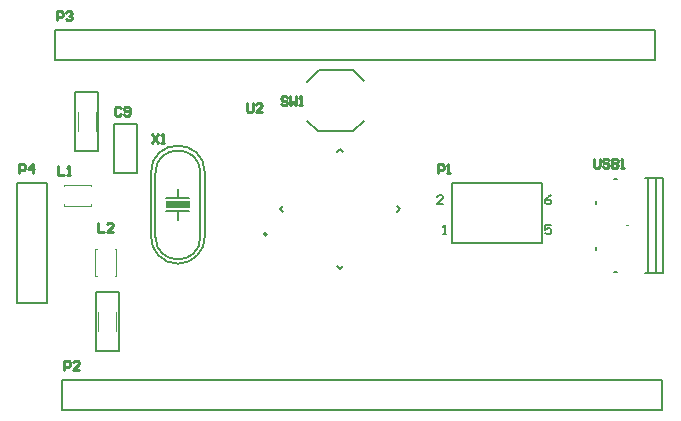
<source format=gto>
G04*
G04 #@! TF.GenerationSoftware,Altium Limited,Altium Designer,22.6.1 (34)*
G04*
G04 Layer_Color=65535*
%FSLAX44Y44*%
%MOMM*%
G71*
G04*
G04 #@! TF.SameCoordinates,A72CB605-F9DB-4195-8002-294397CB98EC*
G04*
G04*
G04 #@! TF.FilePolarity,Positive*
G04*
G01*
G75*
%ADD10C,0.1778*%
%ADD11C,0.2000*%
%ADD12C,0.1270*%
%ADD13C,0.1016*%
%ADD14C,0.0800*%
%ADD15C,0.2032*%
%ADD16C,0.2540*%
G36*
X576580Y909701D02*
X596646D01*
Y903859D01*
X576580D01*
Y909701D01*
D02*
G37*
D10*
X567690Y879094D02*
G03*
X605789Y879279I19050J126D01*
G01*
Y933381D02*
G03*
X567690Y933196I-19050J-126D01*
G01*
X563879Y880117D02*
G03*
X609573Y880104I22847J-769D01*
G01*
X609600Y933680D02*
G03*
X563880Y933458I-22859J-151D01*
G01*
X605790Y879609D02*
Y932950D01*
X567690Y879863D02*
Y933204D01*
X609600Y880104D02*
Y933680D01*
X563879Y880117D02*
Y933458D01*
X577088Y911860D02*
X596138D01*
X586994Y911860D02*
Y919480D01*
X577088Y901446D02*
X595884D01*
X586994Y901446D02*
X586994Y893572D01*
D11*
X662114Y881403D02*
G03*
X662114Y881403I-1500J0D01*
G01*
X846667Y873760D02*
X895350Y873760D01*
X819150Y873760D02*
X895350Y873760D01*
X819150Y924560D02*
X895350D01*
X819150D02*
X819150Y873760D01*
X895350Y873760D02*
Y924560D01*
X990600Y1028700D02*
Y1054100D01*
X482600Y1028700D02*
X990600Y1028700D01*
X482600Y1028700D02*
Y1054100D01*
X501650D01*
X990600Y1054100D01*
X508000Y758190D02*
X996950Y758190D01*
X488950Y758190D02*
X508000D01*
X488950Y732790D02*
Y758190D01*
Y732790D02*
X996950Y732790D01*
Y758190D01*
X940860Y867850D02*
Y870850D01*
X956360Y927850D02*
X958360D01*
X991860Y848850D02*
Y928850D01*
X984860Y848850D02*
Y928850D01*
X982360D02*
X997860D01*
X982360Y848850D02*
X997860D01*
Y928850D01*
X956360Y849850D02*
X958360D01*
X940860Y906850D02*
Y909850D01*
X450850Y822960D02*
X476250D01*
X450850D02*
X450850Y924560D01*
X476250D02*
X476250Y822960D01*
X450850Y924560D02*
X476250D01*
D12*
X709090Y968410D02*
X735090D01*
X705492D02*
X709090D01*
X706090Y1020410D02*
X735090D01*
X696090Y1010410D02*
X706090Y1020410D01*
X735090D02*
X744090Y1011410D01*
X735090Y968410D02*
X744090Y977410D01*
X705090Y968410D02*
X705492D01*
X696090Y977410D02*
X705090Y968410D01*
X499618Y951484D02*
X519176D01*
X499618D02*
Y1001776D01*
X519176D01*
Y951484D02*
Y1001776D01*
X517144Y832866D02*
X536702D01*
Y782574D02*
Y832866D01*
X517144Y782574D02*
X536702D01*
X517144D02*
Y832866D01*
X721142Y951124D02*
X723900Y953882D01*
X726658Y951124D01*
X772054Y905728D02*
X774812Y902970D01*
X772054Y900212D02*
X774812Y902970D01*
X723900Y852058D02*
X726658Y854816D01*
X721142D02*
X723900Y852058D01*
X672988Y902970D02*
X675746Y900212D01*
X672988Y902970D02*
X675746Y905728D01*
X532384Y933196D02*
X552196D01*
X532384D02*
Y974344D01*
X552196D01*
Y933196D02*
Y974344D01*
D13*
X517144Y968756D02*
Y984504D01*
X501904Y968756D02*
Y984504D01*
X519176Y799846D02*
Y815594D01*
X534416Y799846D02*
Y815594D01*
X490220Y905510D02*
Y906780D01*
Y905510D02*
X513080D01*
Y906780D01*
X490220Y922020D02*
Y923290D01*
X513080D01*
Y922020D02*
Y923290D01*
X533400Y845820D02*
X534670D01*
Y868680D01*
X533400D02*
X534670D01*
X516890Y845820D02*
X518160D01*
X516890D02*
Y868680D01*
X518160D01*
D14*
X965860Y888850D02*
X967860D01*
D15*
X811530Y881380D02*
X814069D01*
X812800D01*
Y888998D01*
X811530Y887728D01*
X811528Y906780D02*
X806450D01*
X811528Y911858D01*
Y913128D01*
X810259Y914398D01*
X807720D01*
X806450Y913128D01*
X902968Y888998D02*
X897890D01*
Y885189D01*
X900429Y886458D01*
X901699D01*
X902968Y885189D01*
Y882650D01*
X901699Y881380D01*
X899160D01*
X897890Y882650D01*
X902968Y914398D02*
X900429Y913128D01*
X897890Y910589D01*
Y908050D01*
X899160Y906780D01*
X901699D01*
X902968Y908050D01*
Y909319D01*
X901699Y910589D01*
X897890D01*
D16*
X565152Y966469D02*
X570230Y958851D01*
Y966469D02*
X565152Y958851D01*
X572769D02*
X575308D01*
X574039D01*
Y966469D01*
X572769Y965199D01*
X938784Y945132D02*
Y938784D01*
X940054Y937514D01*
X942593D01*
X943862Y938784D01*
Y945132D01*
X951480Y943862D02*
X950210Y945132D01*
X947671D01*
X946402Y943862D01*
Y942592D01*
X947671Y941323D01*
X950210D01*
X951480Y940053D01*
Y938784D01*
X950210Y937514D01*
X947671D01*
X946402Y938784D01*
X954019Y945132D02*
Y937514D01*
X957828D01*
X959097Y938784D01*
Y940053D01*
X957828Y941323D01*
X954019D01*
X957828D01*
X959097Y942592D01*
Y943862D01*
X957828Y945132D01*
X954019D01*
X961637Y937514D02*
X964176D01*
X962906D01*
Y945132D01*
X961637Y943862D01*
X645160Y992122D02*
Y985774D01*
X646430Y984504D01*
X648969D01*
X650238Y985774D01*
Y992122D01*
X657856Y984504D02*
X652777D01*
X657856Y989582D01*
Y990852D01*
X656586Y992122D01*
X654047D01*
X652777Y990852D01*
X679451Y996949D02*
X678182Y998219D01*
X675642D01*
X674373Y996949D01*
Y995680D01*
X675642Y994410D01*
X678182D01*
X679451Y993140D01*
Y991871D01*
X678182Y990601D01*
X675642D01*
X674373Y991871D01*
X681990Y998219D02*
Y990601D01*
X684530Y993140D01*
X687069Y990601D01*
Y998219D01*
X689608Y990601D02*
X692147D01*
X690878D01*
Y998219D01*
X689608Y996949D01*
X452374Y933196D02*
Y940814D01*
X456183D01*
X457452Y939544D01*
Y937005D01*
X456183Y935735D01*
X452374D01*
X463800Y933196D02*
Y940814D01*
X459991Y937005D01*
X465070D01*
X484124Y1062736D02*
Y1070353D01*
X487933D01*
X489202Y1069084D01*
Y1066545D01*
X487933Y1065275D01*
X484124D01*
X491741Y1069084D02*
X493011Y1070353D01*
X495550D01*
X496820Y1069084D01*
Y1067814D01*
X495550Y1066545D01*
X494281D01*
X495550D01*
X496820Y1065275D01*
Y1064006D01*
X495550Y1062736D01*
X493011D01*
X491741Y1064006D01*
X490474Y766826D02*
Y774444D01*
X494283D01*
X495552Y773174D01*
Y770635D01*
X494283Y769365D01*
X490474D01*
X503170Y766826D02*
X498092D01*
X503170Y771904D01*
Y773174D01*
X501900Y774444D01*
X499361D01*
X498092Y773174D01*
X806958Y933196D02*
Y940814D01*
X810767D01*
X812036Y939544D01*
Y937005D01*
X810767Y935735D01*
X806958D01*
X814576Y933196D02*
X817115D01*
X815845D01*
Y940814D01*
X814576Y939544D01*
X518922Y891283D02*
Y883666D01*
X524000D01*
X531618D02*
X526539D01*
X531618Y888744D01*
Y890014D01*
X530348Y891283D01*
X527809D01*
X526539Y890014D01*
X485394Y939035D02*
Y931418D01*
X490472D01*
X493012D02*
X495551D01*
X494281D01*
Y939035D01*
X493012Y937766D01*
X538480Y988059D02*
X537211Y989329D01*
X534672D01*
X533402Y988059D01*
Y982981D01*
X534672Y981711D01*
X537211D01*
X538480Y982981D01*
X541020D02*
X542289Y981711D01*
X544828D01*
X546098Y982981D01*
Y988059D01*
X544828Y989329D01*
X542289D01*
X541020Y988059D01*
Y986790D01*
X542289Y985520D01*
X546098D01*
M02*

</source>
